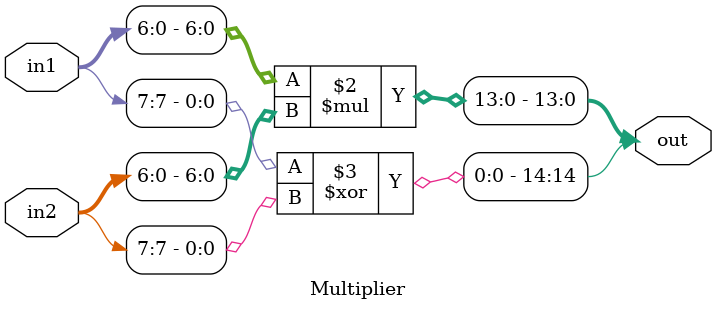
<source format=v>
`timescale 1ns/1ns

module Multiplier (input [7:0] in1, in2, output reg[14:0] out);
  always @(*) begin
      out[13:0] = in1[6:0] * in2[6:0];
      out[14] = in1[7] ^ in2[7];
  end
endmodule
</source>
